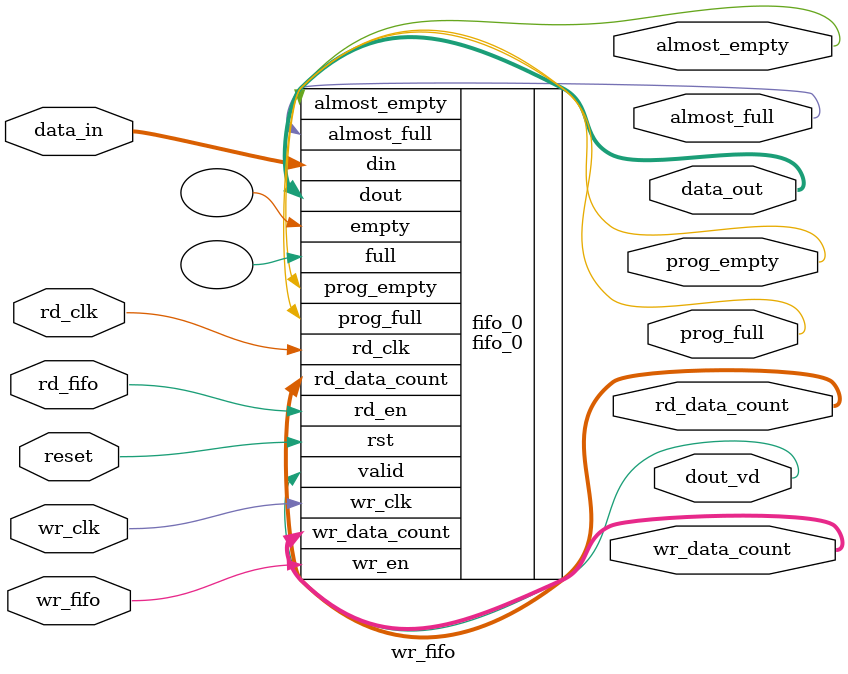
<source format=v>
`timescale 1ns / 1ps
module wr_fifo   # (

   parameter  DATA_WIDTH   = 64 ,  
   parameter  WRITE_BURST  = 8
      )

   (
	
	//input
	  
	 input                               wr_clk  ,
    input                               rd_clk  ,
    input                               reset   ,
    input  	[DATA_WIDTH-1:0]            data_in ,
    input           	                   wr_fifo ,
	 input                               rd_fifo ,
	 
	 
//output	
   output  [9 : 0]                      rd_data_count,
   output  [9 : 0]                      wr_data_count,
	output                               almost_full  ,
   output                               almost_empty ,
	output                               prog_full ,
   output                               prog_empty,
   output [DATA_WIDTH-1:0]              data_out ,
   output                               dout_vd 	
      
	
	
	
	
    );


//wire




//reg






fifo_0    fifo_0  (

//input 
     .rst   (reset) ,
     .wr_clk(wr_clk),
     .rd_clk(rd_clk),
     .din   (data_in),
     .wr_en (wr_fifo),
     .rd_en (rd_fifo),

//output	  
     .dout(data_out),
	  .valid(dout_vd),
     .full(),
     .almost_full(almost_full),
     .empty(),
     .almost_empty(almost_empty),
     .rd_data_count(rd_data_count),
     .wr_data_count(wr_data_count),
	  .prog_full(prog_full),
     .prog_empty(prog_empty)




);
















endmodule

</source>
